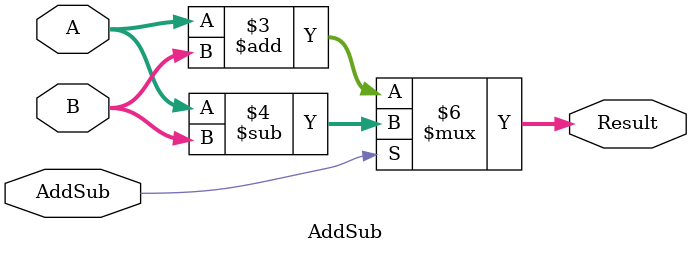
<source format=sv>
module AddSub(
input [8:0] A, B,
input AddSub,
output [8:0] Result
);

always_comb begin
	if(!AddSub) Result <= A + B;
	else Result <= A - B;
end
endmodule
</source>
